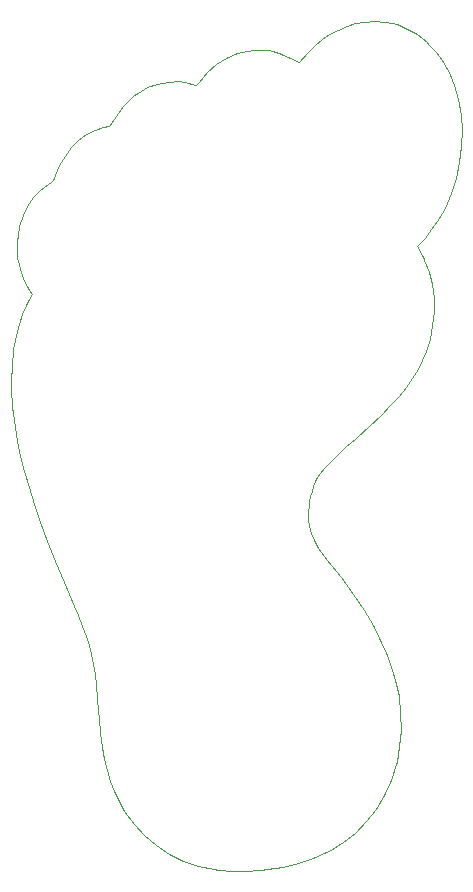
<source format=gbr>
%TF.GenerationSoftware,KiCad,Pcbnew,7.0.5-4d25ed1034~172~ubuntu22.04.1*%
%TF.CreationDate,2023-06-12T10:59:30-06:00*%
%TF.ProjectId,sao-2023-foot,73616f2d-3230-4323-932d-666f6f742e6b,rev?*%
%TF.SameCoordinates,Original*%
%TF.FileFunction,Profile,NP*%
%FSLAX46Y46*%
G04 Gerber Fmt 4.6, Leading zero omitted, Abs format (unit mm)*
G04 Created by KiCad (PCBNEW 7.0.5-4d25ed1034~172~ubuntu22.04.1) date 2023-06-12 10:59:30*
%MOMM*%
%LPD*%
G01*
G04 APERTURE LIST*
%TA.AperFunction,Profile*%
%ADD10C,0.010000*%
%TD*%
G04 APERTURE END LIST*
%TO.C,G\u002A\u002A\u002A*%
D10*
X161237362Y-59218008D02*
X162173747Y-59420989D01*
X163049912Y-59767818D01*
X163884594Y-60266199D01*
X164696528Y-60923842D01*
X164826477Y-61045213D01*
X165457883Y-61710049D01*
X165989790Y-62420420D01*
X166462941Y-63232094D01*
X166551524Y-63406306D01*
X167027578Y-64542120D01*
X167373852Y-65762862D01*
X167591278Y-67047586D01*
X167680791Y-68375345D01*
X167643322Y-69725195D01*
X167479805Y-71076188D01*
X167191173Y-72407379D01*
X166778358Y-73697822D01*
X166242294Y-74926570D01*
X166019557Y-75349353D01*
X165580232Y-76085622D01*
X165097764Y-76771030D01*
X164527932Y-77467067D01*
X164358326Y-77659247D01*
X163866760Y-78208955D01*
X164028475Y-78461273D01*
X164139979Y-78654572D01*
X164294179Y-78946552D01*
X164462879Y-79283349D01*
X164512756Y-79386439D01*
X164893017Y-80359964D01*
X165151692Y-81423092D01*
X165288308Y-82548694D01*
X165302397Y-83709645D01*
X165193488Y-84878816D01*
X164961110Y-86029080D01*
X164645209Y-87027875D01*
X164316409Y-87820374D01*
X163932898Y-88585761D01*
X163483552Y-89337800D01*
X162957245Y-90090256D01*
X162342854Y-90856893D01*
X161629253Y-91651476D01*
X160805318Y-92487768D01*
X159859924Y-93379535D01*
X158781946Y-94340540D01*
X158624010Y-94477756D01*
X157882675Y-95126056D01*
X157260089Y-95686567D01*
X156742806Y-96175515D01*
X156317379Y-96609127D01*
X155970362Y-97003630D01*
X155688307Y-97375251D01*
X155457768Y-97740218D01*
X155265299Y-98114756D01*
X155097453Y-98515094D01*
X154960313Y-98899022D01*
X154835948Y-99323009D01*
X154754750Y-99750333D01*
X154705588Y-100247788D01*
X154690747Y-100516809D01*
X154687873Y-101244347D01*
X154757753Y-101897380D01*
X154912150Y-102507003D01*
X155162824Y-103104308D01*
X155521536Y-103720391D01*
X156000049Y-104386344D01*
X156293872Y-104755033D01*
X157455253Y-106223164D01*
X158477890Y-107622392D01*
X159369545Y-108966475D01*
X160137976Y-110269167D01*
X160790943Y-111544224D01*
X161336205Y-112805402D01*
X161781523Y-114066456D01*
X162028645Y-114921207D01*
X162318034Y-116294752D01*
X162475692Y-117705334D01*
X162501237Y-119119268D01*
X162394291Y-120502869D01*
X162154471Y-121822451D01*
X162108648Y-122006467D01*
X161675564Y-123376336D01*
X161110289Y-124650922D01*
X160417705Y-125824018D01*
X159602696Y-126889420D01*
X158670145Y-127840920D01*
X157624935Y-128672314D01*
X156471950Y-129377396D01*
X156197353Y-129518406D01*
X155061250Y-130014457D01*
X153835333Y-130416276D01*
X152499014Y-130729710D01*
X151194028Y-130939875D01*
X150681667Y-130998886D01*
X150194518Y-131040143D01*
X149757811Y-131063122D01*
X149396777Y-131067301D01*
X149136646Y-131052157D01*
X148576881Y-131052953D01*
X148262324Y-131060640D01*
X147878552Y-131051849D01*
X147458224Y-131027256D01*
X147034000Y-130987536D01*
X146680963Y-130940222D01*
X145325738Y-130645737D01*
X144051620Y-130205923D01*
X142864663Y-129625121D01*
X141770917Y-128907672D01*
X140776438Y-128057915D01*
X139887276Y-127080190D01*
X139109486Y-125978838D01*
X138662200Y-125190401D01*
X138251069Y-124335204D01*
X137903624Y-123471513D01*
X137614200Y-122574965D01*
X137377135Y-121621202D01*
X137186763Y-120585861D01*
X137037421Y-119444583D01*
X136923445Y-118173007D01*
X136880785Y-117528492D01*
X136802587Y-116359256D01*
X136712723Y-115327992D01*
X136604214Y-114404524D01*
X136470084Y-113558678D01*
X136303355Y-112760279D01*
X136097049Y-111979152D01*
X135844189Y-111185123D01*
X135537799Y-110348015D01*
X135170899Y-109437654D01*
X134819511Y-108614217D01*
X133984575Y-106662298D01*
X133234182Y-104841204D01*
X132564503Y-103138632D01*
X131971711Y-101542278D01*
X131451977Y-100039840D01*
X131001475Y-98619014D01*
X130616376Y-97267496D01*
X130292852Y-95972982D01*
X130027075Y-94723170D01*
X129815219Y-93505756D01*
X129653453Y-92308436D01*
X129603623Y-91849279D01*
X129565896Y-91333136D01*
X129543626Y-90711924D01*
X129535993Y-90021756D01*
X129542181Y-89298749D01*
X129561369Y-88579017D01*
X129592740Y-87898674D01*
X129635475Y-87293835D01*
X129688756Y-86800614D01*
X129722892Y-86586638D01*
X129921127Y-85683270D01*
X130169410Y-84787649D01*
X130453861Y-83941738D01*
X130760599Y-83187502D01*
X131020034Y-82665036D01*
X131253558Y-82242971D01*
X131021157Y-81908082D01*
X130827885Y-81574732D01*
X130621161Y-81126551D01*
X130420884Y-80613582D01*
X130246953Y-80085869D01*
X130143453Y-79700769D01*
X130054517Y-79153068D01*
X130012712Y-78504744D01*
X130017172Y-77816392D01*
X130067033Y-77148610D01*
X130161432Y-76561994D01*
X130189918Y-76442730D01*
X130482380Y-75573220D01*
X130889108Y-74760133D01*
X131391759Y-74030011D01*
X131971986Y-73409392D01*
X132611444Y-72924819D01*
X132629051Y-72914056D01*
X132895958Y-72740574D01*
X133060101Y-72587374D01*
X133167918Y-72397067D01*
X133258397Y-72136308D01*
X133590192Y-71298939D01*
X134037869Y-70518830D01*
X134582515Y-69814647D01*
X135205218Y-69205055D01*
X135887062Y-68708722D01*
X136609135Y-68344313D01*
X137309234Y-68138438D01*
X137813034Y-68042695D01*
X138188886Y-67411052D01*
X138541327Y-66891446D01*
X138981201Y-66352937D01*
X139464872Y-65842826D01*
X139948707Y-65408413D01*
X140232141Y-65196130D01*
X141046911Y-64735222D01*
X141910715Y-64418255D01*
X142800218Y-64249234D01*
X143692084Y-64232163D01*
X144562979Y-64371048D01*
X144744987Y-64421591D01*
X145206030Y-64559828D01*
X145417835Y-64277438D01*
X146106842Y-63483343D01*
X146889057Y-62805061D01*
X147743285Y-62257388D01*
X148648330Y-61855118D01*
X149077983Y-61722414D01*
X149525075Y-61641002D01*
X150074658Y-61596770D01*
X150665150Y-61589809D01*
X151234971Y-61620210D01*
X151722538Y-61688064D01*
X151853480Y-61718318D01*
X152160558Y-61817515D01*
X152549818Y-61969077D01*
X152954880Y-62146469D01*
X153111724Y-62221298D01*
X153865332Y-62591489D01*
X154580817Y-61831433D01*
X155223793Y-61190436D01*
X155840511Y-60669933D01*
X156473920Y-60237103D01*
X157152155Y-59866403D01*
X157931178Y-59526341D01*
X158670726Y-59303797D01*
X159434988Y-59183815D01*
X160222023Y-59151167D01*
X161237362Y-59218008D01*
%TD*%
M02*

</source>
